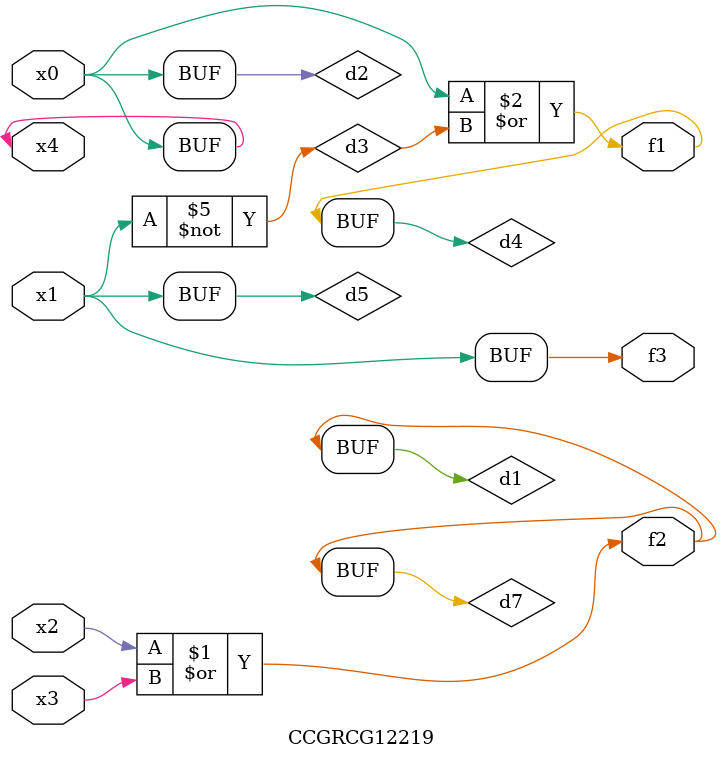
<source format=v>
module CCGRCG12219(
	input x0, x1, x2, x3, x4,
	output f1, f2, f3
);

	wire d1, d2, d3, d4, d5, d6, d7;

	or (d1, x2, x3);
	buf (d2, x0, x4);
	not (d3, x1);
	or (d4, d2, d3);
	not (d5, d3);
	nand (d6, d1, d3);
	or (d7, d1);
	assign f1 = d4;
	assign f2 = d7;
	assign f3 = d5;
endmodule

</source>
